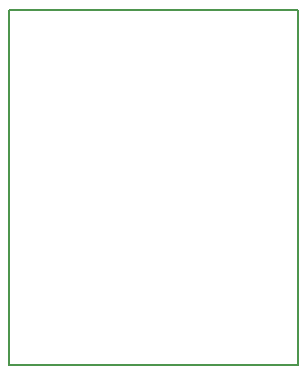
<source format=gm1>
G04 MADE WITH FRITZING*
G04 WWW.FRITZING.ORG*
G04 DOUBLE SIDED*
G04 HOLES PLATED*
G04 CONTOUR ON CENTER OF CONTOUR VECTOR*
%ASAXBY*%
%FSLAX23Y23*%
%MOIN*%
%OFA0B0*%
%SFA1.0B1.0*%
%ADD10R,0.973504X1.191930*%
%ADD11C,0.008000*%
%ADD10C,0.008*%
%LNCONTOUR*%
G90*
G70*
G54D10*
G54D11*
X4Y1188D02*
X970Y1188D01*
X970Y4D01*
X4Y4D01*
X4Y1188D01*
D02*
G04 End of contour*
M02*
</source>
